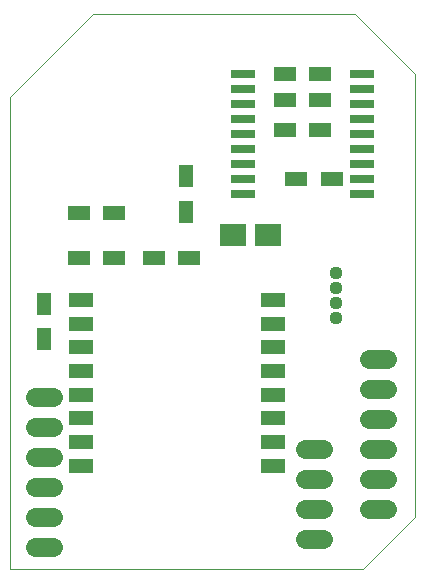
<source format=gts>
G75*
%MOIN*%
%OFA0B0*%
%FSLAX25Y25*%
%IPPOS*%
%LPD*%
%AMOC8*
5,1,8,0,0,1.08239X$1,22.5*
%
%ADD10C,0.00000*%
%ADD11C,0.06400*%
%ADD12R,0.08400X0.03000*%
%ADD13R,0.07487X0.05124*%
%ADD14R,0.05124X0.07487*%
%ADD15R,0.08274X0.05124*%
%ADD16R,0.08865X0.07487*%
%ADD17C,0.04400*%
D10*
X0002817Y0003271D02*
X0002817Y0160771D01*
X0030317Y0188271D01*
X0117817Y0188271D01*
X0137817Y0168271D01*
X0137817Y0020771D01*
X0120317Y0003271D01*
X0002817Y0003271D01*
D11*
X0011167Y0010771D02*
X0017167Y0010771D01*
X0017167Y0020771D02*
X0011167Y0020771D01*
X0011167Y0030771D02*
X0017167Y0030771D01*
X0017167Y0040771D02*
X0011167Y0040771D01*
X0011167Y0050771D02*
X0017167Y0050771D01*
X0017167Y0060771D02*
X0011167Y0060771D01*
X0101067Y0043271D02*
X0107067Y0043271D01*
X0107067Y0033271D02*
X0101067Y0033271D01*
X0101067Y0023271D02*
X0107067Y0023271D01*
X0107067Y0013271D02*
X0101067Y0013271D01*
X0122317Y0023271D02*
X0128317Y0023271D01*
X0128317Y0033271D02*
X0122317Y0033271D01*
X0122317Y0043271D02*
X0128317Y0043271D01*
X0128317Y0053271D02*
X0122317Y0053271D01*
X0122317Y0063271D02*
X0128317Y0063271D01*
X0128317Y0073271D02*
X0122317Y0073271D01*
D12*
X0120117Y0128271D03*
X0120117Y0133271D03*
X0120117Y0138271D03*
X0120117Y0143271D03*
X0120117Y0148271D03*
X0120117Y0153271D03*
X0120117Y0158271D03*
X0120117Y0163271D03*
X0120117Y0168271D03*
X0080517Y0168271D03*
X0080517Y0163271D03*
X0080517Y0158271D03*
X0080517Y0153271D03*
X0080517Y0148271D03*
X0080517Y0143271D03*
X0080517Y0138271D03*
X0080517Y0133271D03*
X0080517Y0128271D03*
D13*
X0094415Y0149521D03*
X0094415Y0159521D03*
X0094415Y0168271D03*
X0106218Y0168271D03*
X0106218Y0159521D03*
X0106218Y0149521D03*
X0109968Y0133271D03*
X0098165Y0133271D03*
X0062468Y0107021D03*
X0050665Y0107021D03*
X0037468Y0107021D03*
X0025665Y0107021D03*
X0025665Y0122021D03*
X0037468Y0122021D03*
D14*
X0061567Y0122369D03*
X0061567Y0134172D03*
X0014067Y0091672D03*
X0014067Y0079869D03*
D15*
X0026537Y0077149D03*
X0026537Y0069275D03*
X0026537Y0061401D03*
X0026537Y0053526D03*
X0026537Y0045652D03*
X0026537Y0037778D03*
X0026537Y0085023D03*
X0026537Y0092897D03*
X0090317Y0092897D03*
X0090317Y0085023D03*
X0090317Y0077149D03*
X0090317Y0069275D03*
X0090317Y0061401D03*
X0090317Y0053526D03*
X0090317Y0045652D03*
X0090317Y0037778D03*
D16*
X0088664Y0114481D03*
X0077050Y0114481D03*
D17*
X0111567Y0102021D03*
X0111567Y0097021D03*
X0111567Y0092021D03*
X0111567Y0087021D03*
M02*

</source>
